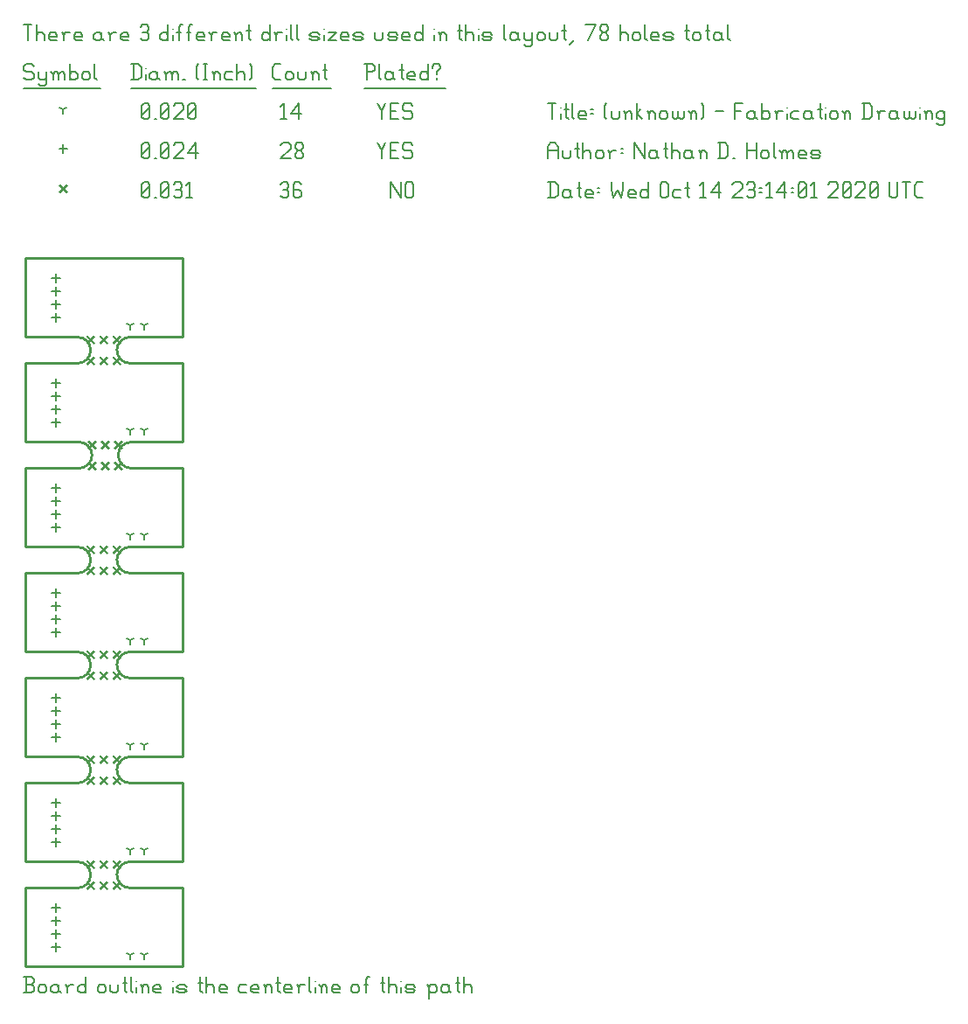
<source format=gbr>
G04 start of page 13 for group -3984 idx -3984 *
G04 Title: (unknown), fab *
G04 Creator: pcb 4.0.2 *
G04 CreationDate: Wed Oct 14 23:14:01 2020 UTC *
G04 For: ndholmes *
G04 Format: Gerber/RS-274X *
G04 PCB-Dimensions (mil): 610.00 2710.00 *
G04 PCB-Coordinate-Origin: lower left *
%MOIN*%
%FSLAX25Y25*%
%LNFAB*%
%ADD39C,0.0100*%
%ADD38C,0.0075*%
%ADD37C,0.0060*%
%ADD36C,0.0001*%
G54D36*G36*
X29300Y233266D02*X32266Y230300D01*
X31700Y229734D01*
X28734Y232700D01*
X29300Y233266D01*
G37*
G36*
X28734Y230300D02*X31700Y233266D01*
X32266Y232700D01*
X29300Y229734D01*
X28734Y230300D01*
G37*
G36*
X24300Y233266D02*X27266Y230300D01*
X26700Y229734D01*
X23734Y232700D01*
X24300Y233266D01*
G37*
G36*
X23734Y230300D02*X26700Y233266D01*
X27266Y232700D01*
X24300Y229734D01*
X23734Y230300D01*
G37*
G36*
X34300Y233266D02*X37266Y230300D01*
X36700Y229734D01*
X33734Y232700D01*
X34300Y233266D01*
G37*
G36*
X33734Y230300D02*X36700Y233266D01*
X37266Y232700D01*
X34300Y229734D01*
X33734Y230300D01*
G37*
G36*
X24300Y241266D02*X27266Y238300D01*
X26700Y237734D01*
X23734Y240700D01*
X24300Y241266D01*
G37*
G36*
X23734Y238300D02*X26700Y241266D01*
X27266Y240700D01*
X24300Y237734D01*
X23734Y238300D01*
G37*
G36*
X29300Y241266D02*X32266Y238300D01*
X31700Y237734D01*
X28734Y240700D01*
X29300Y241266D01*
G37*
G36*
X28734Y238300D02*X31700Y241266D01*
X32266Y240700D01*
X29300Y237734D01*
X28734Y238300D01*
G37*
G36*
X34300Y241266D02*X37266Y238300D01*
X36700Y237734D01*
X33734Y240700D01*
X34300Y241266D01*
G37*
G36*
X33734Y238300D02*X36700Y241266D01*
X37266Y240700D01*
X34300Y237734D01*
X33734Y238300D01*
G37*
G36*
X29800Y193266D02*X32766Y190300D01*
X32200Y189734D01*
X29234Y192700D01*
X29800Y193266D01*
G37*
G36*
X29234Y190300D02*X32200Y193266D01*
X32766Y192700D01*
X29800Y189734D01*
X29234Y190300D01*
G37*
G36*
X24800Y193266D02*X27766Y190300D01*
X27200Y189734D01*
X24234Y192700D01*
X24800Y193266D01*
G37*
G36*
X24234Y190300D02*X27200Y193266D01*
X27766Y192700D01*
X24800Y189734D01*
X24234Y190300D01*
G37*
G36*
X34800Y193266D02*X37766Y190300D01*
X37200Y189734D01*
X34234Y192700D01*
X34800Y193266D01*
G37*
G36*
X34234Y190300D02*X37200Y193266D01*
X37766Y192700D01*
X34800Y189734D01*
X34234Y190300D01*
G37*
G36*
X24800Y201266D02*X27766Y198300D01*
X27200Y197734D01*
X24234Y200700D01*
X24800Y201266D01*
G37*
G36*
X24234Y198300D02*X27200Y201266D01*
X27766Y200700D01*
X24800Y197734D01*
X24234Y198300D01*
G37*
G36*
X29800Y201266D02*X32766Y198300D01*
X32200Y197734D01*
X29234Y200700D01*
X29800Y201266D01*
G37*
G36*
X29234Y198300D02*X32200Y201266D01*
X32766Y200700D01*
X29800Y197734D01*
X29234Y198300D01*
G37*
G36*
X34800Y201266D02*X37766Y198300D01*
X37200Y197734D01*
X34234Y200700D01*
X34800Y201266D01*
G37*
G36*
X34234Y198300D02*X37200Y201266D01*
X37766Y200700D01*
X34800Y197734D01*
X34234Y198300D01*
G37*
G36*
X29300Y153266D02*X32266Y150300D01*
X31700Y149734D01*
X28734Y152700D01*
X29300Y153266D01*
G37*
G36*
X28734Y150300D02*X31700Y153266D01*
X32266Y152700D01*
X29300Y149734D01*
X28734Y150300D01*
G37*
G36*
X24300Y153266D02*X27266Y150300D01*
X26700Y149734D01*
X23734Y152700D01*
X24300Y153266D01*
G37*
G36*
X23734Y150300D02*X26700Y153266D01*
X27266Y152700D01*
X24300Y149734D01*
X23734Y150300D01*
G37*
G36*
X34300Y153266D02*X37266Y150300D01*
X36700Y149734D01*
X33734Y152700D01*
X34300Y153266D01*
G37*
G36*
X33734Y150300D02*X36700Y153266D01*
X37266Y152700D01*
X34300Y149734D01*
X33734Y150300D01*
G37*
G36*
X24300Y161266D02*X27266Y158300D01*
X26700Y157734D01*
X23734Y160700D01*
X24300Y161266D01*
G37*
G36*
X23734Y158300D02*X26700Y161266D01*
X27266Y160700D01*
X24300Y157734D01*
X23734Y158300D01*
G37*
G36*
X29300Y161266D02*X32266Y158300D01*
X31700Y157734D01*
X28734Y160700D01*
X29300Y161266D01*
G37*
G36*
X28734Y158300D02*X31700Y161266D01*
X32266Y160700D01*
X29300Y157734D01*
X28734Y158300D01*
G37*
G36*
X34300Y161266D02*X37266Y158300D01*
X36700Y157734D01*
X33734Y160700D01*
X34300Y161266D01*
G37*
G36*
X33734Y158300D02*X36700Y161266D01*
X37266Y160700D01*
X34300Y157734D01*
X33734Y158300D01*
G37*
G36*
X29300Y113266D02*X32266Y110300D01*
X31700Y109734D01*
X28734Y112700D01*
X29300Y113266D01*
G37*
G36*
X28734Y110300D02*X31700Y113266D01*
X32266Y112700D01*
X29300Y109734D01*
X28734Y110300D01*
G37*
G36*
X24300Y113266D02*X27266Y110300D01*
X26700Y109734D01*
X23734Y112700D01*
X24300Y113266D01*
G37*
G36*
X23734Y110300D02*X26700Y113266D01*
X27266Y112700D01*
X24300Y109734D01*
X23734Y110300D01*
G37*
G36*
X34300Y113266D02*X37266Y110300D01*
X36700Y109734D01*
X33734Y112700D01*
X34300Y113266D01*
G37*
G36*
X33734Y110300D02*X36700Y113266D01*
X37266Y112700D01*
X34300Y109734D01*
X33734Y110300D01*
G37*
G36*
X24300Y121266D02*X27266Y118300D01*
X26700Y117734D01*
X23734Y120700D01*
X24300Y121266D01*
G37*
G36*
X23734Y118300D02*X26700Y121266D01*
X27266Y120700D01*
X24300Y117734D01*
X23734Y118300D01*
G37*
G36*
X29300Y121266D02*X32266Y118300D01*
X31700Y117734D01*
X28734Y120700D01*
X29300Y121266D01*
G37*
G36*
X28734Y118300D02*X31700Y121266D01*
X32266Y120700D01*
X29300Y117734D01*
X28734Y118300D01*
G37*
G36*
X34300Y121266D02*X37266Y118300D01*
X36700Y117734D01*
X33734Y120700D01*
X34300Y121266D01*
G37*
G36*
X33734Y118300D02*X36700Y121266D01*
X37266Y120700D01*
X34300Y117734D01*
X33734Y118300D01*
G37*
G36*
X29300Y73266D02*X32266Y70300D01*
X31700Y69734D01*
X28734Y72700D01*
X29300Y73266D01*
G37*
G36*
X28734Y70300D02*X31700Y73266D01*
X32266Y72700D01*
X29300Y69734D01*
X28734Y70300D01*
G37*
G36*
X24300Y73266D02*X27266Y70300D01*
X26700Y69734D01*
X23734Y72700D01*
X24300Y73266D01*
G37*
G36*
X23734Y70300D02*X26700Y73266D01*
X27266Y72700D01*
X24300Y69734D01*
X23734Y70300D01*
G37*
G36*
X34300Y73266D02*X37266Y70300D01*
X36700Y69734D01*
X33734Y72700D01*
X34300Y73266D01*
G37*
G36*
X33734Y70300D02*X36700Y73266D01*
X37266Y72700D01*
X34300Y69734D01*
X33734Y70300D01*
G37*
G36*
X24300Y81266D02*X27266Y78300D01*
X26700Y77734D01*
X23734Y80700D01*
X24300Y81266D01*
G37*
G36*
X23734Y78300D02*X26700Y81266D01*
X27266Y80700D01*
X24300Y77734D01*
X23734Y78300D01*
G37*
G36*
X29300Y81266D02*X32266Y78300D01*
X31700Y77734D01*
X28734Y80700D01*
X29300Y81266D01*
G37*
G36*
X28734Y78300D02*X31700Y81266D01*
X32266Y80700D01*
X29300Y77734D01*
X28734Y78300D01*
G37*
G36*
X34300Y81266D02*X37266Y78300D01*
X36700Y77734D01*
X33734Y80700D01*
X34300Y81266D01*
G37*
G36*
X33734Y78300D02*X36700Y81266D01*
X37266Y80700D01*
X34300Y77734D01*
X33734Y78300D01*
G37*
G36*
X29300Y33266D02*X32266Y30300D01*
X31700Y29734D01*
X28734Y32700D01*
X29300Y33266D01*
G37*
G36*
X28734Y30300D02*X31700Y33266D01*
X32266Y32700D01*
X29300Y29734D01*
X28734Y30300D01*
G37*
G36*
X24300Y33266D02*X27266Y30300D01*
X26700Y29734D01*
X23734Y32700D01*
X24300Y33266D01*
G37*
G36*
X23734Y30300D02*X26700Y33266D01*
X27266Y32700D01*
X24300Y29734D01*
X23734Y30300D01*
G37*
G36*
X34300Y33266D02*X37266Y30300D01*
X36700Y29734D01*
X33734Y32700D01*
X34300Y33266D01*
G37*
G36*
X33734Y30300D02*X36700Y33266D01*
X37266Y32700D01*
X34300Y29734D01*
X33734Y30300D01*
G37*
G36*
X24300Y41266D02*X27266Y38300D01*
X26700Y37734D01*
X23734Y40700D01*
X24300Y41266D01*
G37*
G36*
X23734Y38300D02*X26700Y41266D01*
X27266Y40700D01*
X24300Y37734D01*
X23734Y38300D01*
G37*
G36*
X29300Y41266D02*X32266Y38300D01*
X31700Y37734D01*
X28734Y40700D01*
X29300Y41266D01*
G37*
G36*
X28734Y38300D02*X31700Y41266D01*
X32266Y40700D01*
X29300Y37734D01*
X28734Y38300D01*
G37*
G36*
X34300Y41266D02*X37266Y38300D01*
X36700Y37734D01*
X33734Y40700D01*
X34300Y41266D01*
G37*
G36*
X33734Y38300D02*X36700Y41266D01*
X37266Y40700D01*
X34300Y37734D01*
X33734Y38300D01*
G37*
G36*
X13800Y299016D02*X16766Y296050D01*
X16200Y295484D01*
X13234Y298450D01*
X13800Y299016D01*
G37*
G36*
X13234Y296050D02*X16200Y299016D01*
X16766Y298450D01*
X13800Y295484D01*
X13234Y296050D01*
G37*
G54D37*X140000Y299500D02*Y293500D01*
Y299500D02*X143750Y293500D01*
Y299500D02*Y293500D01*
X145550Y298750D02*Y294250D01*
Y298750D02*X146300Y299500D01*
X147800D01*
X148550Y298750D01*
Y294250D01*
X147800Y293500D02*X148550Y294250D01*
X146300Y293500D02*X147800D01*
X145550Y294250D02*X146300Y293500D01*
X98000Y298750D02*X98750Y299500D01*
X100250D01*
X101000Y298750D01*
X100250Y293500D02*X101000Y294250D01*
X98750Y293500D02*X100250D01*
X98000Y294250D02*X98750Y293500D01*
Y296800D02*X100250D01*
X101000Y298750D02*Y297550D01*
Y296050D02*Y294250D01*
Y296050D02*X100250Y296800D01*
X101000Y297550D02*X100250Y296800D01*
X105050Y299500D02*X105800Y298750D01*
X103550Y299500D02*X105050D01*
X102800Y298750D02*X103550Y299500D01*
X102800Y298750D02*Y294250D01*
X103550Y293500D01*
X105050Y296800D02*X105800Y296050D01*
X102800Y296800D02*X105050D01*
X103550Y293500D02*X105050D01*
X105800Y294250D01*
Y296050D02*Y294250D01*
X45000D02*X45750Y293500D01*
X45000Y298750D02*Y294250D01*
Y298750D02*X45750Y299500D01*
X47250D01*
X48000Y298750D01*
Y294250D01*
X47250Y293500D02*X48000Y294250D01*
X45750Y293500D02*X47250D01*
X45000Y295000D02*X48000Y298000D01*
X49800Y293500D02*X50550D01*
X52350Y294250D02*X53100Y293500D01*
X52350Y298750D02*Y294250D01*
Y298750D02*X53100Y299500D01*
X54600D01*
X55350Y298750D01*
Y294250D01*
X54600Y293500D02*X55350Y294250D01*
X53100Y293500D02*X54600D01*
X52350Y295000D02*X55350Y298000D01*
X57150Y298750D02*X57900Y299500D01*
X59400D01*
X60150Y298750D01*
X59400Y293500D02*X60150Y294250D01*
X57900Y293500D02*X59400D01*
X57150Y294250D02*X57900Y293500D01*
Y296800D02*X59400D01*
X60150Y298750D02*Y297550D01*
Y296050D02*Y294250D01*
Y296050D02*X59400Y296800D01*
X60150Y297550D02*X59400Y296800D01*
X61950Y298300D02*X63150Y299500D01*
Y293500D01*
X61950D02*X64200D01*
X12200Y249600D02*Y246400D01*
X10600Y248000D02*X13800D01*
X12200Y254600D02*Y251400D01*
X10600Y253000D02*X13800D01*
X12200Y259600D02*Y256400D01*
X10600Y258000D02*X13800D01*
X12200Y264600D02*Y261400D01*
X10600Y263000D02*X13800D01*
X12200Y169600D02*Y166400D01*
X10600Y168000D02*X13800D01*
X12200Y174600D02*Y171400D01*
X10600Y173000D02*X13800D01*
X12200Y179600D02*Y176400D01*
X10600Y178000D02*X13800D01*
X12200Y184600D02*Y181400D01*
X10600Y183000D02*X13800D01*
X12200Y129600D02*Y126400D01*
X10600Y128000D02*X13800D01*
X12200Y134600D02*Y131400D01*
X10600Y133000D02*X13800D01*
X12200Y139600D02*Y136400D01*
X10600Y138000D02*X13800D01*
X12200Y144600D02*Y141400D01*
X10600Y143000D02*X13800D01*
X12200Y89600D02*Y86400D01*
X10600Y88000D02*X13800D01*
X12200Y94600D02*Y91400D01*
X10600Y93000D02*X13800D01*
X12200Y99600D02*Y96400D01*
X10600Y98000D02*X13800D01*
X12200Y104600D02*Y101400D01*
X10600Y103000D02*X13800D01*
X12200Y49600D02*Y46400D01*
X10600Y48000D02*X13800D01*
X12200Y54600D02*Y51400D01*
X10600Y53000D02*X13800D01*
X12200Y59600D02*Y56400D01*
X10600Y58000D02*X13800D01*
X12200Y64600D02*Y61400D01*
X10600Y63000D02*X13800D01*
X12200Y9600D02*Y6400D01*
X10600Y8000D02*X13800D01*
X12200Y14600D02*Y11400D01*
X10600Y13000D02*X13800D01*
X12200Y19600D02*Y16400D01*
X10600Y18000D02*X13800D01*
X12200Y24600D02*Y21400D01*
X10600Y23000D02*X13800D01*
X12200Y209600D02*Y206400D01*
X10600Y208000D02*X13800D01*
X12200Y214600D02*Y211400D01*
X10600Y213000D02*X13800D01*
X12200Y219600D02*Y216400D01*
X10600Y218000D02*X13800D01*
X12200Y224600D02*Y221400D01*
X10600Y223000D02*X13800D01*
X15000Y313850D02*Y310650D01*
X13400Y312250D02*X16600D01*
X135000Y314500D02*X136500Y311500D01*
X138000Y314500D01*
X136500Y311500D02*Y308500D01*
X139800Y311800D02*X142050D01*
X139800Y308500D02*X142800D01*
X139800Y314500D02*Y308500D01*
Y314500D02*X142800D01*
X147600D02*X148350Y313750D01*
X145350Y314500D02*X147600D01*
X144600Y313750D02*X145350Y314500D01*
X144600Y313750D02*Y312250D01*
X145350Y311500D01*
X147600D01*
X148350Y310750D01*
Y309250D01*
X147600Y308500D02*X148350Y309250D01*
X145350Y308500D02*X147600D01*
X144600Y309250D02*X145350Y308500D01*
X98000Y313750D02*X98750Y314500D01*
X101000D01*
X101750Y313750D01*
Y312250D01*
X98000Y308500D02*X101750Y312250D01*
X98000Y308500D02*X101750D01*
X103550Y309250D02*X104300Y308500D01*
X103550Y310450D02*Y309250D01*
Y310450D02*X104600Y311500D01*
X105500D01*
X106550Y310450D01*
Y309250D01*
X105800Y308500D02*X106550Y309250D01*
X104300Y308500D02*X105800D01*
X103550Y312550D02*X104600Y311500D01*
X103550Y313750D02*Y312550D01*
Y313750D02*X104300Y314500D01*
X105800D01*
X106550Y313750D01*
Y312550D01*
X105500Y311500D02*X106550Y312550D01*
X45000Y309250D02*X45750Y308500D01*
X45000Y313750D02*Y309250D01*
Y313750D02*X45750Y314500D01*
X47250D01*
X48000Y313750D01*
Y309250D01*
X47250Y308500D02*X48000Y309250D01*
X45750Y308500D02*X47250D01*
X45000Y310000D02*X48000Y313000D01*
X49800Y308500D02*X50550D01*
X52350Y309250D02*X53100Y308500D01*
X52350Y313750D02*Y309250D01*
Y313750D02*X53100Y314500D01*
X54600D01*
X55350Y313750D01*
Y309250D01*
X54600Y308500D02*X55350Y309250D01*
X53100Y308500D02*X54600D01*
X52350Y310000D02*X55350Y313000D01*
X57150Y313750D02*X57900Y314500D01*
X60150D01*
X60900Y313750D01*
Y312250D01*
X57150Y308500D02*X60900Y312250D01*
X57150Y308500D02*X60900D01*
X62700Y310750D02*X65700Y314500D01*
X62700Y310750D02*X66450D01*
X65700Y314500D02*Y308500D01*
X40500Y245000D02*Y243400D01*
Y245000D02*X41887Y245800D01*
X40500Y245000D02*X39113Y245800D01*
X46000Y245000D02*Y243400D01*
Y245000D02*X47387Y245800D01*
X46000Y245000D02*X44613Y245800D01*
X40500Y165000D02*Y163400D01*
Y165000D02*X41887Y165800D01*
X40500Y165000D02*X39113Y165800D01*
X46000Y165000D02*Y163400D01*
Y165000D02*X47387Y165800D01*
X46000Y165000D02*X44613Y165800D01*
X40500Y125000D02*Y123400D01*
Y125000D02*X41887Y125800D01*
X40500Y125000D02*X39113Y125800D01*
X46000Y125000D02*Y123400D01*
Y125000D02*X47387Y125800D01*
X46000Y125000D02*X44613Y125800D01*
X40500Y85000D02*Y83400D01*
Y85000D02*X41887Y85800D01*
X40500Y85000D02*X39113Y85800D01*
X46000Y85000D02*Y83400D01*
Y85000D02*X47387Y85800D01*
X46000Y85000D02*X44613Y85800D01*
X40500Y45000D02*Y43400D01*
Y45000D02*X41887Y45800D01*
X40500Y45000D02*X39113Y45800D01*
X46000Y45000D02*Y43400D01*
Y45000D02*X47387Y45800D01*
X46000Y45000D02*X44613Y45800D01*
X40500Y5000D02*Y3400D01*
Y5000D02*X41887Y5800D01*
X40500Y5000D02*X39113Y5800D01*
X46000Y5000D02*Y3400D01*
Y5000D02*X47387Y5800D01*
X46000Y5000D02*X44613Y5800D01*
X40500Y205000D02*Y203400D01*
Y205000D02*X41887Y205800D01*
X40500Y205000D02*X39113Y205800D01*
X46000Y205000D02*Y203400D01*
Y205000D02*X47387Y205800D01*
X46000Y205000D02*X44613Y205800D01*
X15000Y327250D02*Y325650D01*
Y327250D02*X16387Y328050D01*
X15000Y327250D02*X13613Y328050D01*
X135000Y329500D02*X136500Y326500D01*
X138000Y329500D01*
X136500Y326500D02*Y323500D01*
X139800Y326800D02*X142050D01*
X139800Y323500D02*X142800D01*
X139800Y329500D02*Y323500D01*
Y329500D02*X142800D01*
X147600D02*X148350Y328750D01*
X145350Y329500D02*X147600D01*
X144600Y328750D02*X145350Y329500D01*
X144600Y328750D02*Y327250D01*
X145350Y326500D01*
X147600D01*
X148350Y325750D01*
Y324250D01*
X147600Y323500D02*X148350Y324250D01*
X145350Y323500D02*X147600D01*
X144600Y324250D02*X145350Y323500D01*
X98000Y328300D02*X99200Y329500D01*
Y323500D01*
X98000D02*X100250D01*
X102050Y325750D02*X105050Y329500D01*
X102050Y325750D02*X105800D01*
X105050Y329500D02*Y323500D01*
X45000Y324250D02*X45750Y323500D01*
X45000Y328750D02*Y324250D01*
Y328750D02*X45750Y329500D01*
X47250D01*
X48000Y328750D01*
Y324250D01*
X47250Y323500D02*X48000Y324250D01*
X45750Y323500D02*X47250D01*
X45000Y325000D02*X48000Y328000D01*
X49800Y323500D02*X50550D01*
X52350Y324250D02*X53100Y323500D01*
X52350Y328750D02*Y324250D01*
Y328750D02*X53100Y329500D01*
X54600D01*
X55350Y328750D01*
Y324250D01*
X54600Y323500D02*X55350Y324250D01*
X53100Y323500D02*X54600D01*
X52350Y325000D02*X55350Y328000D01*
X57150Y328750D02*X57900Y329500D01*
X60150D01*
X60900Y328750D01*
Y327250D01*
X57150Y323500D02*X60900Y327250D01*
X57150Y323500D02*X60900D01*
X62700Y324250D02*X63450Y323500D01*
X62700Y328750D02*Y324250D01*
Y328750D02*X63450Y329500D01*
X64950D01*
X65700Y328750D01*
Y324250D01*
X64950Y323500D02*X65700Y324250D01*
X63450Y323500D02*X64950D01*
X62700Y325000D02*X65700Y328000D01*
X3000Y344500D02*X3750Y343750D01*
X750Y344500D02*X3000D01*
X0Y343750D02*X750Y344500D01*
X0Y343750D02*Y342250D01*
X750Y341500D01*
X3000D01*
X3750Y340750D01*
Y339250D01*
X3000Y338500D02*X3750Y339250D01*
X750Y338500D02*X3000D01*
X0Y339250D02*X750Y338500D01*
X5550Y341500D02*Y339250D01*
X6300Y338500D01*
X8550Y341500D02*Y337000D01*
X7800Y336250D02*X8550Y337000D01*
X6300Y336250D02*X7800D01*
X5550Y337000D02*X6300Y336250D01*
Y338500D02*X7800D01*
X8550Y339250D01*
X11100Y340750D02*Y338500D01*
Y340750D02*X11850Y341500D01*
X12600D01*
X13350Y340750D01*
Y338500D01*
Y340750D02*X14100Y341500D01*
X14850D01*
X15600Y340750D01*
Y338500D01*
X10350Y341500D02*X11100Y340750D01*
X17400Y344500D02*Y338500D01*
Y339250D02*X18150Y338500D01*
X19650D01*
X20400Y339250D01*
Y340750D02*Y339250D01*
X19650Y341500D02*X20400Y340750D01*
X18150Y341500D02*X19650D01*
X17400Y340750D02*X18150Y341500D01*
X22200Y340750D02*Y339250D01*
Y340750D02*X22950Y341500D01*
X24450D01*
X25200Y340750D01*
Y339250D01*
X24450Y338500D02*X25200Y339250D01*
X22950Y338500D02*X24450D01*
X22200Y339250D02*X22950Y338500D01*
X27000Y344500D02*Y339250D01*
X27750Y338500D01*
X0Y335250D02*X29250D01*
X41750Y344500D02*Y338500D01*
X43700Y344500D02*X44750Y343450D01*
Y339550D01*
X43700Y338500D02*X44750Y339550D01*
X41000Y338500D02*X43700D01*
X41000Y344500D02*X43700D01*
G54D38*X46550Y343000D02*Y342850D01*
G54D37*Y340750D02*Y338500D01*
X50300Y341500D02*X51050Y340750D01*
X48800Y341500D02*X50300D01*
X48050Y340750D02*X48800Y341500D01*
X48050Y340750D02*Y339250D01*
X48800Y338500D01*
X51050Y341500D02*Y339250D01*
X51800Y338500D01*
X48800D02*X50300D01*
X51050Y339250D01*
X54350Y340750D02*Y338500D01*
Y340750D02*X55100Y341500D01*
X55850D01*
X56600Y340750D01*
Y338500D01*
Y340750D02*X57350Y341500D01*
X58100D01*
X58850Y340750D01*
Y338500D01*
X53600Y341500D02*X54350Y340750D01*
X60650Y338500D02*X61400D01*
X65900Y339250D02*X66650Y338500D01*
X65900Y343750D02*X66650Y344500D01*
X65900Y343750D02*Y339250D01*
X68450Y344500D02*X69950D01*
X69200D02*Y338500D01*
X68450D02*X69950D01*
X72500Y340750D02*Y338500D01*
Y340750D02*X73250Y341500D01*
X74000D01*
X74750Y340750D01*
Y338500D01*
X71750Y341500D02*X72500Y340750D01*
X77300Y341500D02*X79550D01*
X76550Y340750D02*X77300Y341500D01*
X76550Y340750D02*Y339250D01*
X77300Y338500D01*
X79550D01*
X81350Y344500D02*Y338500D01*
Y340750D02*X82100Y341500D01*
X83600D01*
X84350Y340750D01*
Y338500D01*
X86150Y344500D02*X86900Y343750D01*
Y339250D01*
X86150Y338500D02*X86900Y339250D01*
X41000Y335250D02*X88700D01*
X96050Y338500D02*X98000D01*
X95000Y339550D02*X96050Y338500D01*
X95000Y343450D02*Y339550D01*
Y343450D02*X96050Y344500D01*
X98000D01*
X99800Y340750D02*Y339250D01*
Y340750D02*X100550Y341500D01*
X102050D01*
X102800Y340750D01*
Y339250D01*
X102050Y338500D02*X102800Y339250D01*
X100550Y338500D02*X102050D01*
X99800Y339250D02*X100550Y338500D01*
X104600Y341500D02*Y339250D01*
X105350Y338500D01*
X106850D01*
X107600Y339250D01*
Y341500D02*Y339250D01*
X110150Y340750D02*Y338500D01*
Y340750D02*X110900Y341500D01*
X111650D01*
X112400Y340750D01*
Y338500D01*
X109400Y341500D02*X110150Y340750D01*
X114950Y344500D02*Y339250D01*
X115700Y338500D01*
X114200Y342250D02*X115700D01*
X95000Y335250D02*X117200D01*
X130750Y344500D02*Y338500D01*
X130000Y344500D02*X133000D01*
X133750Y343750D01*
Y342250D01*
X133000Y341500D02*X133750Y342250D01*
X130750Y341500D02*X133000D01*
X135550Y344500D02*Y339250D01*
X136300Y338500D01*
X140050Y341500D02*X140800Y340750D01*
X138550Y341500D02*X140050D01*
X137800Y340750D02*X138550Y341500D01*
X137800Y340750D02*Y339250D01*
X138550Y338500D01*
X140800Y341500D02*Y339250D01*
X141550Y338500D01*
X138550D02*X140050D01*
X140800Y339250D01*
X144100Y344500D02*Y339250D01*
X144850Y338500D01*
X143350Y342250D02*X144850D01*
X147100Y338500D02*X149350D01*
X146350Y339250D02*X147100Y338500D01*
X146350Y340750D02*Y339250D01*
Y340750D02*X147100Y341500D01*
X148600D01*
X149350Y340750D01*
X146350Y340000D02*X149350D01*
Y340750D02*Y340000D01*
X154150Y344500D02*Y338500D01*
X153400D02*X154150Y339250D01*
X151900Y338500D02*X153400D01*
X151150Y339250D02*X151900Y338500D01*
X151150Y340750D02*Y339250D01*
Y340750D02*X151900Y341500D01*
X153400D01*
X154150Y340750D01*
X157450Y341500D02*Y340750D01*
Y339250D02*Y338500D01*
X155950Y343750D02*Y343000D01*
Y343750D02*X156700Y344500D01*
X158200D01*
X158950Y343750D01*
Y343000D01*
X157450Y341500D02*X158950Y343000D01*
X130000Y335250D02*X160750D01*
X0Y359500D02*X3000D01*
X1500D02*Y353500D01*
X4800Y359500D02*Y353500D01*
Y355750D02*X5550Y356500D01*
X7050D01*
X7800Y355750D01*
Y353500D01*
X10350D02*X12600D01*
X9600Y354250D02*X10350Y353500D01*
X9600Y355750D02*Y354250D01*
Y355750D02*X10350Y356500D01*
X11850D01*
X12600Y355750D01*
X9600Y355000D02*X12600D01*
Y355750D02*Y355000D01*
X15150Y355750D02*Y353500D01*
Y355750D02*X15900Y356500D01*
X17400D01*
X14400D02*X15150Y355750D01*
X19950Y353500D02*X22200D01*
X19200Y354250D02*X19950Y353500D01*
X19200Y355750D02*Y354250D01*
Y355750D02*X19950Y356500D01*
X21450D01*
X22200Y355750D01*
X19200Y355000D02*X22200D01*
Y355750D02*Y355000D01*
X28950Y356500D02*X29700Y355750D01*
X27450Y356500D02*X28950D01*
X26700Y355750D02*X27450Y356500D01*
X26700Y355750D02*Y354250D01*
X27450Y353500D01*
X29700Y356500D02*Y354250D01*
X30450Y353500D01*
X27450D02*X28950D01*
X29700Y354250D01*
X33000Y355750D02*Y353500D01*
Y355750D02*X33750Y356500D01*
X35250D01*
X32250D02*X33000Y355750D01*
X37800Y353500D02*X40050D01*
X37050Y354250D02*X37800Y353500D01*
X37050Y355750D02*Y354250D01*
Y355750D02*X37800Y356500D01*
X39300D01*
X40050Y355750D01*
X37050Y355000D02*X40050D01*
Y355750D02*Y355000D01*
X44550Y358750D02*X45300Y359500D01*
X46800D01*
X47550Y358750D01*
X46800Y353500D02*X47550Y354250D01*
X45300Y353500D02*X46800D01*
X44550Y354250D02*X45300Y353500D01*
Y356800D02*X46800D01*
X47550Y358750D02*Y357550D01*
Y356050D02*Y354250D01*
Y356050D02*X46800Y356800D01*
X47550Y357550D02*X46800Y356800D01*
X55050Y359500D02*Y353500D01*
X54300D02*X55050Y354250D01*
X52800Y353500D02*X54300D01*
X52050Y354250D02*X52800Y353500D01*
X52050Y355750D02*Y354250D01*
Y355750D02*X52800Y356500D01*
X54300D01*
X55050Y355750D01*
G54D38*X56850Y358000D02*Y357850D01*
G54D37*Y355750D02*Y353500D01*
X59100Y358750D02*Y353500D01*
Y358750D02*X59850Y359500D01*
X60600D01*
X58350Y356500D02*X59850D01*
X62850Y358750D02*Y353500D01*
Y358750D02*X63600Y359500D01*
X64350D01*
X62100Y356500D02*X63600D01*
X66600Y353500D02*X68850D01*
X65850Y354250D02*X66600Y353500D01*
X65850Y355750D02*Y354250D01*
Y355750D02*X66600Y356500D01*
X68100D01*
X68850Y355750D01*
X65850Y355000D02*X68850D01*
Y355750D02*Y355000D01*
X71400Y355750D02*Y353500D01*
Y355750D02*X72150Y356500D01*
X73650D01*
X70650D02*X71400Y355750D01*
X76200Y353500D02*X78450D01*
X75450Y354250D02*X76200Y353500D01*
X75450Y355750D02*Y354250D01*
Y355750D02*X76200Y356500D01*
X77700D01*
X78450Y355750D01*
X75450Y355000D02*X78450D01*
Y355750D02*Y355000D01*
X81000Y355750D02*Y353500D01*
Y355750D02*X81750Y356500D01*
X82500D01*
X83250Y355750D01*
Y353500D01*
X80250Y356500D02*X81000Y355750D01*
X85800Y359500D02*Y354250D01*
X86550Y353500D01*
X85050Y357250D02*X86550D01*
X93750Y359500D02*Y353500D01*
X93000D02*X93750Y354250D01*
X91500Y353500D02*X93000D01*
X90750Y354250D02*X91500Y353500D01*
X90750Y355750D02*Y354250D01*
Y355750D02*X91500Y356500D01*
X93000D01*
X93750Y355750D01*
X96300D02*Y353500D01*
Y355750D02*X97050Y356500D01*
X98550D01*
X95550D02*X96300Y355750D01*
G54D38*X100350Y358000D02*Y357850D01*
G54D37*Y355750D02*Y353500D01*
X101850Y359500D02*Y354250D01*
X102600Y353500D01*
X104100Y359500D02*Y354250D01*
X104850Y353500D01*
X109800D02*X112050D01*
X112800Y354250D01*
X112050Y355000D02*X112800Y354250D01*
X109800Y355000D02*X112050D01*
X109050Y355750D02*X109800Y355000D01*
X109050Y355750D02*X109800Y356500D01*
X112050D01*
X112800Y355750D01*
X109050Y354250D02*X109800Y353500D01*
G54D38*X114600Y358000D02*Y357850D01*
G54D37*Y355750D02*Y353500D01*
X116100Y356500D02*X119100D01*
X116100Y353500D02*X119100Y356500D01*
X116100Y353500D02*X119100D01*
X121650D02*X123900D01*
X120900Y354250D02*X121650Y353500D01*
X120900Y355750D02*Y354250D01*
Y355750D02*X121650Y356500D01*
X123150D01*
X123900Y355750D01*
X120900Y355000D02*X123900D01*
Y355750D02*Y355000D01*
X126450Y353500D02*X128700D01*
X129450Y354250D01*
X128700Y355000D02*X129450Y354250D01*
X126450Y355000D02*X128700D01*
X125700Y355750D02*X126450Y355000D01*
X125700Y355750D02*X126450Y356500D01*
X128700D01*
X129450Y355750D01*
X125700Y354250D02*X126450Y353500D01*
X133950Y356500D02*Y354250D01*
X134700Y353500D01*
X136200D01*
X136950Y354250D01*
Y356500D02*Y354250D01*
X139500Y353500D02*X141750D01*
X142500Y354250D01*
X141750Y355000D02*X142500Y354250D01*
X139500Y355000D02*X141750D01*
X138750Y355750D02*X139500Y355000D01*
X138750Y355750D02*X139500Y356500D01*
X141750D01*
X142500Y355750D01*
X138750Y354250D02*X139500Y353500D01*
X145050D02*X147300D01*
X144300Y354250D02*X145050Y353500D01*
X144300Y355750D02*Y354250D01*
Y355750D02*X145050Y356500D01*
X146550D01*
X147300Y355750D01*
X144300Y355000D02*X147300D01*
Y355750D02*Y355000D01*
X152100Y359500D02*Y353500D01*
X151350D02*X152100Y354250D01*
X149850Y353500D02*X151350D01*
X149100Y354250D02*X149850Y353500D01*
X149100Y355750D02*Y354250D01*
Y355750D02*X149850Y356500D01*
X151350D01*
X152100Y355750D01*
G54D38*X156600Y358000D02*Y357850D01*
G54D37*Y355750D02*Y353500D01*
X158850Y355750D02*Y353500D01*
Y355750D02*X159600Y356500D01*
X160350D01*
X161100Y355750D01*
Y353500D01*
X158100Y356500D02*X158850Y355750D01*
X166350Y359500D02*Y354250D01*
X167100Y353500D01*
X165600Y357250D02*X167100D01*
X168600Y359500D02*Y353500D01*
Y355750D02*X169350Y356500D01*
X170850D01*
X171600Y355750D01*
Y353500D01*
G54D38*X173400Y358000D02*Y357850D01*
G54D37*Y355750D02*Y353500D01*
X175650D02*X177900D01*
X178650Y354250D01*
X177900Y355000D02*X178650Y354250D01*
X175650Y355000D02*X177900D01*
X174900Y355750D02*X175650Y355000D01*
X174900Y355750D02*X175650Y356500D01*
X177900D01*
X178650Y355750D01*
X174900Y354250D02*X175650Y353500D01*
X183150Y359500D02*Y354250D01*
X183900Y353500D01*
X187650Y356500D02*X188400Y355750D01*
X186150Y356500D02*X187650D01*
X185400Y355750D02*X186150Y356500D01*
X185400Y355750D02*Y354250D01*
X186150Y353500D01*
X188400Y356500D02*Y354250D01*
X189150Y353500D01*
X186150D02*X187650D01*
X188400Y354250D01*
X190950Y356500D02*Y354250D01*
X191700Y353500D01*
X193950Y356500D02*Y352000D01*
X193200Y351250D02*X193950Y352000D01*
X191700Y351250D02*X193200D01*
X190950Y352000D02*X191700Y351250D01*
Y353500D02*X193200D01*
X193950Y354250D01*
X195750Y355750D02*Y354250D01*
Y355750D02*X196500Y356500D01*
X198000D01*
X198750Y355750D01*
Y354250D01*
X198000Y353500D02*X198750Y354250D01*
X196500Y353500D02*X198000D01*
X195750Y354250D02*X196500Y353500D01*
X200550Y356500D02*Y354250D01*
X201300Y353500D01*
X202800D01*
X203550Y354250D01*
Y356500D02*Y354250D01*
X206100Y359500D02*Y354250D01*
X206850Y353500D01*
X205350Y357250D02*X206850D01*
X208350Y352000D02*X209850Y353500D01*
X215100D02*X218100Y359500D01*
X214350D02*X218100D01*
X219900Y354250D02*X220650Y353500D01*
X219900Y355450D02*Y354250D01*
Y355450D02*X220950Y356500D01*
X221850D01*
X222900Y355450D01*
Y354250D01*
X222150Y353500D02*X222900Y354250D01*
X220650Y353500D02*X222150D01*
X219900Y357550D02*X220950Y356500D01*
X219900Y358750D02*Y357550D01*
Y358750D02*X220650Y359500D01*
X222150D01*
X222900Y358750D01*
Y357550D01*
X221850Y356500D02*X222900Y357550D01*
X227400Y359500D02*Y353500D01*
Y355750D02*X228150Y356500D01*
X229650D01*
X230400Y355750D01*
Y353500D01*
X232200Y355750D02*Y354250D01*
Y355750D02*X232950Y356500D01*
X234450D01*
X235200Y355750D01*
Y354250D01*
X234450Y353500D02*X235200Y354250D01*
X232950Y353500D02*X234450D01*
X232200Y354250D02*X232950Y353500D01*
X237000Y359500D02*Y354250D01*
X237750Y353500D01*
X240000D02*X242250D01*
X239250Y354250D02*X240000Y353500D01*
X239250Y355750D02*Y354250D01*
Y355750D02*X240000Y356500D01*
X241500D01*
X242250Y355750D01*
X239250Y355000D02*X242250D01*
Y355750D02*Y355000D01*
X244800Y353500D02*X247050D01*
X247800Y354250D01*
X247050Y355000D02*X247800Y354250D01*
X244800Y355000D02*X247050D01*
X244050Y355750D02*X244800Y355000D01*
X244050Y355750D02*X244800Y356500D01*
X247050D01*
X247800Y355750D01*
X244050Y354250D02*X244800Y353500D01*
X253050Y359500D02*Y354250D01*
X253800Y353500D01*
X252300Y357250D02*X253800D01*
X255300Y355750D02*Y354250D01*
Y355750D02*X256050Y356500D01*
X257550D01*
X258300Y355750D01*
Y354250D01*
X257550Y353500D02*X258300Y354250D01*
X256050Y353500D02*X257550D01*
X255300Y354250D02*X256050Y353500D01*
X260850Y359500D02*Y354250D01*
X261600Y353500D01*
X260100Y357250D02*X261600D01*
X265350Y356500D02*X266100Y355750D01*
X263850Y356500D02*X265350D01*
X263100Y355750D02*X263850Y356500D01*
X263100Y355750D02*Y354250D01*
X263850Y353500D01*
X266100Y356500D02*Y354250D01*
X266850Y353500D01*
X263850D02*X265350D01*
X266100Y354250D01*
X268650Y359500D02*Y354250D01*
X269400Y353500D01*
G54D39*X500Y270500D02*X60500D01*
Y240500D01*
X40500D01*
X500Y270500D02*Y240500D01*
X20500D01*
X60500Y190500D02*Y160500D01*
X40500D01*
X500Y190500D02*Y160500D01*
X20500D01*
Y150500D02*X500D01*
Y120500D01*
X20500D01*
X40500D02*X60500D01*
Y150500D01*
X40500D01*
X60500Y190500D02*X41000D01*
X500D02*X21000D01*
X20500Y110500D02*X500D01*
Y80500D01*
X20500D01*
X40500D02*X60500D01*
Y110500D01*
X40000D02*X60500D01*
Y70500D02*Y40500D01*
X40500D01*
X500Y70500D02*Y40500D01*
X20500D01*
Y30500D02*X500D01*
Y500D01*
X40500D02*X60500D01*
Y30500D01*
X40500D01*
X60500Y70500D02*X41000D01*
X500D02*X21000D01*
X500Y500D02*X43000D01*
X20500Y230500D02*X500D01*
Y200500D01*
X20500D01*
X40500D02*X60500D01*
Y230500D01*
X40000D02*X60500D01*
X35500Y235500D02*G75*G03X40500Y230500I5000J0D01*G01*
X35500Y235500D02*G75*G02X40500Y240500I5000J0D01*G01*
X25500Y235500D02*G75*G02X20500Y230500I-5000J0D01*G01*
X25500Y235500D02*G75*G03X20500Y240500I-5000J0D01*G01*
X36000Y195500D02*G75*G03X41000Y190500I5000J0D01*G01*
X36000Y195500D02*G75*G02X41000Y200500I5000J0D01*G01*
X26000Y195500D02*G75*G02X21000Y190500I-5000J0D01*G01*
X26000Y195500D02*G75*G03X21000Y200500I-5000J0D01*G01*
X35500Y155500D02*G75*G03X40500Y150500I5000J0D01*G01*
X35500Y155500D02*G75*G02X40500Y160500I5000J0D01*G01*
X25500Y155500D02*G75*G02X20500Y150500I-5000J0D01*G01*
X25500Y155500D02*G75*G03X20500Y160500I-5000J0D01*G01*
X35500Y115500D02*G75*G03X40500Y110500I5000J0D01*G01*
X35500Y115500D02*G75*G02X40500Y120500I5000J0D01*G01*
X25500Y115500D02*G75*G02X20500Y110500I-5000J0D01*G01*
X25500Y115500D02*G75*G03X20500Y120500I-5000J0D01*G01*
X35500Y75500D02*G75*G03X40500Y70500I5000J0D01*G01*
X35500Y75500D02*G75*G02X40500Y80500I5000J0D01*G01*
X25500Y75500D02*G75*G02X20500Y70500I-5000J0D01*G01*
X25500Y75500D02*G75*G03X20500Y80500I-5000J0D01*G01*
X35500Y35500D02*G75*G03X40500Y30500I5000J0D01*G01*
X35500Y35500D02*G75*G02X40500Y40500I5000J0D01*G01*
X25500Y35500D02*G75*G02X20500Y30500I-5000J0D01*G01*
X25500Y35500D02*G75*G03X20500Y40500I-5000J0D01*G01*
G54D37*X0Y-9500D02*X3000D01*
X3750Y-8750D01*
Y-6950D02*Y-8750D01*
X3000Y-6200D02*X3750Y-6950D01*
X750Y-6200D02*X3000D01*
X750Y-3500D02*Y-9500D01*
X0Y-3500D02*X3000D01*
X3750Y-4250D01*
Y-5450D01*
X3000Y-6200D02*X3750Y-5450D01*
X5550Y-7250D02*Y-8750D01*
Y-7250D02*X6300Y-6500D01*
X7800D01*
X8550Y-7250D01*
Y-8750D01*
X7800Y-9500D02*X8550Y-8750D01*
X6300Y-9500D02*X7800D01*
X5550Y-8750D02*X6300Y-9500D01*
X12600Y-6500D02*X13350Y-7250D01*
X11100Y-6500D02*X12600D01*
X10350Y-7250D02*X11100Y-6500D01*
X10350Y-7250D02*Y-8750D01*
X11100Y-9500D01*
X13350Y-6500D02*Y-8750D01*
X14100Y-9500D01*
X11100D02*X12600D01*
X13350Y-8750D01*
X16650Y-7250D02*Y-9500D01*
Y-7250D02*X17400Y-6500D01*
X18900D01*
X15900D02*X16650Y-7250D01*
X23700Y-3500D02*Y-9500D01*
X22950D02*X23700Y-8750D01*
X21450Y-9500D02*X22950D01*
X20700Y-8750D02*X21450Y-9500D01*
X20700Y-7250D02*Y-8750D01*
Y-7250D02*X21450Y-6500D01*
X22950D01*
X23700Y-7250D01*
X28200D02*Y-8750D01*
Y-7250D02*X28950Y-6500D01*
X30450D01*
X31200Y-7250D01*
Y-8750D01*
X30450Y-9500D02*X31200Y-8750D01*
X28950Y-9500D02*X30450D01*
X28200Y-8750D02*X28950Y-9500D01*
X33000Y-6500D02*Y-8750D01*
X33750Y-9500D01*
X35250D01*
X36000Y-8750D01*
Y-6500D02*Y-8750D01*
X38550Y-3500D02*Y-8750D01*
X39300Y-9500D01*
X37800Y-5750D02*X39300D01*
X40800Y-3500D02*Y-8750D01*
X41550Y-9500D01*
G54D38*X43050Y-5000D02*Y-5150D01*
G54D37*Y-7250D02*Y-9500D01*
X45300Y-7250D02*Y-9500D01*
Y-7250D02*X46050Y-6500D01*
X46800D01*
X47550Y-7250D01*
Y-9500D01*
X44550Y-6500D02*X45300Y-7250D01*
X50100Y-9500D02*X52350D01*
X49350Y-8750D02*X50100Y-9500D01*
X49350Y-7250D02*Y-8750D01*
Y-7250D02*X50100Y-6500D01*
X51600D01*
X52350Y-7250D01*
X49350Y-8000D02*X52350D01*
Y-7250D02*Y-8000D01*
G54D38*X56850Y-5000D02*Y-5150D01*
G54D37*Y-7250D02*Y-9500D01*
X59100D02*X61350D01*
X62100Y-8750D01*
X61350Y-8000D02*X62100Y-8750D01*
X59100Y-8000D02*X61350D01*
X58350Y-7250D02*X59100Y-8000D01*
X58350Y-7250D02*X59100Y-6500D01*
X61350D01*
X62100Y-7250D01*
X58350Y-8750D02*X59100Y-9500D01*
X67350Y-3500D02*Y-8750D01*
X68100Y-9500D01*
X66600Y-5750D02*X68100D01*
X69600Y-3500D02*Y-9500D01*
Y-7250D02*X70350Y-6500D01*
X71850D01*
X72600Y-7250D01*
Y-9500D01*
X75150D02*X77400D01*
X74400Y-8750D02*X75150Y-9500D01*
X74400Y-7250D02*Y-8750D01*
Y-7250D02*X75150Y-6500D01*
X76650D01*
X77400Y-7250D01*
X74400Y-8000D02*X77400D01*
Y-7250D02*Y-8000D01*
X82650Y-6500D02*X84900D01*
X81900Y-7250D02*X82650Y-6500D01*
X81900Y-7250D02*Y-8750D01*
X82650Y-9500D01*
X84900D01*
X87450D02*X89700D01*
X86700Y-8750D02*X87450Y-9500D01*
X86700Y-7250D02*Y-8750D01*
Y-7250D02*X87450Y-6500D01*
X88950D01*
X89700Y-7250D01*
X86700Y-8000D02*X89700D01*
Y-7250D02*Y-8000D01*
X92250Y-7250D02*Y-9500D01*
Y-7250D02*X93000Y-6500D01*
X93750D01*
X94500Y-7250D01*
Y-9500D01*
X91500Y-6500D02*X92250Y-7250D01*
X97050Y-3500D02*Y-8750D01*
X97800Y-9500D01*
X96300Y-5750D02*X97800D01*
X100050Y-9500D02*X102300D01*
X99300Y-8750D02*X100050Y-9500D01*
X99300Y-7250D02*Y-8750D01*
Y-7250D02*X100050Y-6500D01*
X101550D01*
X102300Y-7250D01*
X99300Y-8000D02*X102300D01*
Y-7250D02*Y-8000D01*
X104850Y-7250D02*Y-9500D01*
Y-7250D02*X105600Y-6500D01*
X107100D01*
X104100D02*X104850Y-7250D01*
X108900Y-3500D02*Y-8750D01*
X109650Y-9500D01*
G54D38*X111150Y-5000D02*Y-5150D01*
G54D37*Y-7250D02*Y-9500D01*
X113400Y-7250D02*Y-9500D01*
Y-7250D02*X114150Y-6500D01*
X114900D01*
X115650Y-7250D01*
Y-9500D01*
X112650Y-6500D02*X113400Y-7250D01*
X118200Y-9500D02*X120450D01*
X117450Y-8750D02*X118200Y-9500D01*
X117450Y-7250D02*Y-8750D01*
Y-7250D02*X118200Y-6500D01*
X119700D01*
X120450Y-7250D01*
X117450Y-8000D02*X120450D01*
Y-7250D02*Y-8000D01*
X124950Y-7250D02*Y-8750D01*
Y-7250D02*X125700Y-6500D01*
X127200D01*
X127950Y-7250D01*
Y-8750D01*
X127200Y-9500D02*X127950Y-8750D01*
X125700Y-9500D02*X127200D01*
X124950Y-8750D02*X125700Y-9500D01*
X130500Y-4250D02*Y-9500D01*
Y-4250D02*X131250Y-3500D01*
X132000D01*
X129750Y-6500D02*X131250D01*
X136950Y-3500D02*Y-8750D01*
X137700Y-9500D01*
X136200Y-5750D02*X137700D01*
X139200Y-3500D02*Y-9500D01*
Y-7250D02*X139950Y-6500D01*
X141450D01*
X142200Y-7250D01*
Y-9500D01*
G54D38*X144000Y-5000D02*Y-5150D01*
G54D37*Y-7250D02*Y-9500D01*
X146250D02*X148500D01*
X149250Y-8750D01*
X148500Y-8000D02*X149250Y-8750D01*
X146250Y-8000D02*X148500D01*
X145500Y-7250D02*X146250Y-8000D01*
X145500Y-7250D02*X146250Y-6500D01*
X148500D01*
X149250Y-7250D01*
X145500Y-8750D02*X146250Y-9500D01*
X154500Y-7250D02*Y-11750D01*
X153750Y-6500D02*X154500Y-7250D01*
X155250Y-6500D01*
X156750D01*
X157500Y-7250D01*
Y-8750D01*
X156750Y-9500D02*X157500Y-8750D01*
X155250Y-9500D02*X156750D01*
X154500Y-8750D02*X155250Y-9500D01*
X161550Y-6500D02*X162300Y-7250D01*
X160050Y-6500D02*X161550D01*
X159300Y-7250D02*X160050Y-6500D01*
X159300Y-7250D02*Y-8750D01*
X160050Y-9500D01*
X162300Y-6500D02*Y-8750D01*
X163050Y-9500D01*
X160050D02*X161550D01*
X162300Y-8750D01*
X165600Y-3500D02*Y-8750D01*
X166350Y-9500D01*
X164850Y-5750D02*X166350D01*
X167850Y-3500D02*Y-9500D01*
Y-7250D02*X168600Y-6500D01*
X170100D01*
X170850Y-7250D01*
Y-9500D01*
X200750Y299500D02*Y293500D01*
X202700Y299500D02*X203750Y298450D01*
Y294550D01*
X202700Y293500D02*X203750Y294550D01*
X200000Y293500D02*X202700D01*
X200000Y299500D02*X202700D01*
X207800Y296500D02*X208550Y295750D01*
X206300Y296500D02*X207800D01*
X205550Y295750D02*X206300Y296500D01*
X205550Y295750D02*Y294250D01*
X206300Y293500D01*
X208550Y296500D02*Y294250D01*
X209300Y293500D01*
X206300D02*X207800D01*
X208550Y294250D01*
X211850Y299500D02*Y294250D01*
X212600Y293500D01*
X211100Y297250D02*X212600D01*
X214850Y293500D02*X217100D01*
X214100Y294250D02*X214850Y293500D01*
X214100Y295750D02*Y294250D01*
Y295750D02*X214850Y296500D01*
X216350D01*
X217100Y295750D01*
X214100Y295000D02*X217100D01*
Y295750D02*Y295000D01*
X218900Y297250D02*X219650D01*
X218900Y295750D02*X219650D01*
X224150Y299500D02*Y296500D01*
X224900Y293500D01*
X226400Y296500D01*
X227900Y293500D01*
X228650Y296500D01*
Y299500D02*Y296500D01*
X231200Y293500D02*X233450D01*
X230450Y294250D02*X231200Y293500D01*
X230450Y295750D02*Y294250D01*
Y295750D02*X231200Y296500D01*
X232700D01*
X233450Y295750D01*
X230450Y295000D02*X233450D01*
Y295750D02*Y295000D01*
X238250Y299500D02*Y293500D01*
X237500D02*X238250Y294250D01*
X236000Y293500D02*X237500D01*
X235250Y294250D02*X236000Y293500D01*
X235250Y295750D02*Y294250D01*
Y295750D02*X236000Y296500D01*
X237500D01*
X238250Y295750D01*
X242750Y298750D02*Y294250D01*
Y298750D02*X243500Y299500D01*
X245000D01*
X245750Y298750D01*
Y294250D01*
X245000Y293500D02*X245750Y294250D01*
X243500Y293500D02*X245000D01*
X242750Y294250D02*X243500Y293500D01*
X248300Y296500D02*X250550D01*
X247550Y295750D02*X248300Y296500D01*
X247550Y295750D02*Y294250D01*
X248300Y293500D01*
X250550D01*
X253100Y299500D02*Y294250D01*
X253850Y293500D01*
X252350Y297250D02*X253850D01*
X258050Y298300D02*X259250Y299500D01*
Y293500D01*
X258050D02*X260300D01*
X262100Y295750D02*X265100Y299500D01*
X262100Y295750D02*X265850D01*
X265100Y299500D02*Y293500D01*
X270350Y298750D02*X271100Y299500D01*
X273350D01*
X274100Y298750D01*
Y297250D01*
X270350Y293500D02*X274100Y297250D01*
X270350Y293500D02*X274100D01*
X275900Y298750D02*X276650Y299500D01*
X278150D01*
X278900Y298750D01*
X278150Y293500D02*X278900Y294250D01*
X276650Y293500D02*X278150D01*
X275900Y294250D02*X276650Y293500D01*
Y296800D02*X278150D01*
X278900Y298750D02*Y297550D01*
Y296050D02*Y294250D01*
Y296050D02*X278150Y296800D01*
X278900Y297550D02*X278150Y296800D01*
X280700Y297250D02*X281450D01*
X280700Y295750D02*X281450D01*
X283250Y298300D02*X284450Y299500D01*
Y293500D01*
X283250D02*X285500D01*
X287300Y295750D02*X290300Y299500D01*
X287300Y295750D02*X291050D01*
X290300Y299500D02*Y293500D01*
X292850Y297250D02*X293600D01*
X292850Y295750D02*X293600D01*
X295400Y294250D02*X296150Y293500D01*
X295400Y298750D02*Y294250D01*
Y298750D02*X296150Y299500D01*
X297650D01*
X298400Y298750D01*
Y294250D01*
X297650Y293500D02*X298400Y294250D01*
X296150Y293500D02*X297650D01*
X295400Y295000D02*X298400Y298000D01*
X300200Y298300D02*X301400Y299500D01*
Y293500D01*
X300200D02*X302450D01*
X306950Y298750D02*X307700Y299500D01*
X309950D01*
X310700Y298750D01*
Y297250D01*
X306950Y293500D02*X310700Y297250D01*
X306950Y293500D02*X310700D01*
X312500Y294250D02*X313250Y293500D01*
X312500Y298750D02*Y294250D01*
Y298750D02*X313250Y299500D01*
X314750D01*
X315500Y298750D01*
Y294250D01*
X314750Y293500D02*X315500Y294250D01*
X313250Y293500D02*X314750D01*
X312500Y295000D02*X315500Y298000D01*
X317300Y298750D02*X318050Y299500D01*
X320300D01*
X321050Y298750D01*
Y297250D01*
X317300Y293500D02*X321050Y297250D01*
X317300Y293500D02*X321050D01*
X322850Y294250D02*X323600Y293500D01*
X322850Y298750D02*Y294250D01*
Y298750D02*X323600Y299500D01*
X325100D01*
X325850Y298750D01*
Y294250D01*
X325100Y293500D02*X325850Y294250D01*
X323600Y293500D02*X325100D01*
X322850Y295000D02*X325850Y298000D01*
X330350Y299500D02*Y294250D01*
X331100Y293500D01*
X332600D01*
X333350Y294250D01*
Y299500D02*Y294250D01*
X335150Y299500D02*X338150D01*
X336650D02*Y293500D01*
X341000D02*X342950D01*
X339950Y294550D02*X341000Y293500D01*
X339950Y298450D02*Y294550D01*
Y298450D02*X341000Y299500D01*
X342950D01*
X200000Y313000D02*Y308500D01*
Y313000D02*X201050Y314500D01*
X202700D01*
X203750Y313000D01*
Y308500D01*
X200000Y311500D02*X203750D01*
X205550D02*Y309250D01*
X206300Y308500D01*
X207800D01*
X208550Y309250D01*
Y311500D02*Y309250D01*
X211100Y314500D02*Y309250D01*
X211850Y308500D01*
X210350Y312250D02*X211850D01*
X213350Y314500D02*Y308500D01*
Y310750D02*X214100Y311500D01*
X215600D01*
X216350Y310750D01*
Y308500D01*
X218150Y310750D02*Y309250D01*
Y310750D02*X218900Y311500D01*
X220400D01*
X221150Y310750D01*
Y309250D01*
X220400Y308500D02*X221150Y309250D01*
X218900Y308500D02*X220400D01*
X218150Y309250D02*X218900Y308500D01*
X223700Y310750D02*Y308500D01*
Y310750D02*X224450Y311500D01*
X225950D01*
X222950D02*X223700Y310750D01*
X227750Y312250D02*X228500D01*
X227750Y310750D02*X228500D01*
X233000Y314500D02*Y308500D01*
Y314500D02*X236750Y308500D01*
Y314500D02*Y308500D01*
X240800Y311500D02*X241550Y310750D01*
X239300Y311500D02*X240800D01*
X238550Y310750D02*X239300Y311500D01*
X238550Y310750D02*Y309250D01*
X239300Y308500D01*
X241550Y311500D02*Y309250D01*
X242300Y308500D01*
X239300D02*X240800D01*
X241550Y309250D01*
X244850Y314500D02*Y309250D01*
X245600Y308500D01*
X244100Y312250D02*X245600D01*
X247100Y314500D02*Y308500D01*
Y310750D02*X247850Y311500D01*
X249350D01*
X250100Y310750D01*
Y308500D01*
X254150Y311500D02*X254900Y310750D01*
X252650Y311500D02*X254150D01*
X251900Y310750D02*X252650Y311500D01*
X251900Y310750D02*Y309250D01*
X252650Y308500D01*
X254900Y311500D02*Y309250D01*
X255650Y308500D01*
X252650D02*X254150D01*
X254900Y309250D01*
X258200Y310750D02*Y308500D01*
Y310750D02*X258950Y311500D01*
X259700D01*
X260450Y310750D01*
Y308500D01*
X257450Y311500D02*X258200Y310750D01*
X265700Y314500D02*Y308500D01*
X267650Y314500D02*X268700Y313450D01*
Y309550D01*
X267650Y308500D02*X268700Y309550D01*
X264950Y308500D02*X267650D01*
X264950Y314500D02*X267650D01*
X270500Y308500D02*X271250D01*
X275750Y314500D02*Y308500D01*
X279500Y314500D02*Y308500D01*
X275750Y311500D02*X279500D01*
X281300Y310750D02*Y309250D01*
Y310750D02*X282050Y311500D01*
X283550D01*
X284300Y310750D01*
Y309250D01*
X283550Y308500D02*X284300Y309250D01*
X282050Y308500D02*X283550D01*
X281300Y309250D02*X282050Y308500D01*
X286100Y314500D02*Y309250D01*
X286850Y308500D01*
X289100Y310750D02*Y308500D01*
Y310750D02*X289850Y311500D01*
X290600D01*
X291350Y310750D01*
Y308500D01*
Y310750D02*X292100Y311500D01*
X292850D01*
X293600Y310750D01*
Y308500D01*
X288350Y311500D02*X289100Y310750D01*
X296150Y308500D02*X298400D01*
X295400Y309250D02*X296150Y308500D01*
X295400Y310750D02*Y309250D01*
Y310750D02*X296150Y311500D01*
X297650D01*
X298400Y310750D01*
X295400Y310000D02*X298400D01*
Y310750D02*Y310000D01*
X300950Y308500D02*X303200D01*
X303950Y309250D01*
X303200Y310000D02*X303950Y309250D01*
X300950Y310000D02*X303200D01*
X300200Y310750D02*X300950Y310000D01*
X300200Y310750D02*X300950Y311500D01*
X303200D01*
X303950Y310750D01*
X300200Y309250D02*X300950Y308500D01*
X200000Y329500D02*X203000D01*
X201500D02*Y323500D01*
G54D38*X204800Y328000D02*Y327850D01*
G54D37*Y325750D02*Y323500D01*
X207050Y329500D02*Y324250D01*
X207800Y323500D01*
X206300Y327250D02*X207800D01*
X209300Y329500D02*Y324250D01*
X210050Y323500D01*
X212300D02*X214550D01*
X211550Y324250D02*X212300Y323500D01*
X211550Y325750D02*Y324250D01*
Y325750D02*X212300Y326500D01*
X213800D01*
X214550Y325750D01*
X211550Y325000D02*X214550D01*
Y325750D02*Y325000D01*
X216350Y327250D02*X217100D01*
X216350Y325750D02*X217100D01*
X221600Y324250D02*X222350Y323500D01*
X221600Y328750D02*X222350Y329500D01*
X221600Y328750D02*Y324250D01*
X224150Y326500D02*Y324250D01*
X224900Y323500D01*
X226400D01*
X227150Y324250D01*
Y326500D02*Y324250D01*
X229700Y325750D02*Y323500D01*
Y325750D02*X230450Y326500D01*
X231200D01*
X231950Y325750D01*
Y323500D01*
X228950Y326500D02*X229700Y325750D01*
X233750Y329500D02*Y323500D01*
Y325750D02*X236000Y323500D01*
X233750Y325750D02*X235250Y327250D01*
X238550Y325750D02*Y323500D01*
Y325750D02*X239300Y326500D01*
X240050D01*
X240800Y325750D01*
Y323500D01*
X237800Y326500D02*X238550Y325750D01*
X242600D02*Y324250D01*
Y325750D02*X243350Y326500D01*
X244850D01*
X245600Y325750D01*
Y324250D01*
X244850Y323500D02*X245600Y324250D01*
X243350Y323500D02*X244850D01*
X242600Y324250D02*X243350Y323500D01*
X247400Y326500D02*Y324250D01*
X248150Y323500D01*
X248900D01*
X249650Y324250D01*
Y326500D02*Y324250D01*
X250400Y323500D01*
X251150D01*
X251900Y324250D01*
Y326500D02*Y324250D01*
X254450Y325750D02*Y323500D01*
Y325750D02*X255200Y326500D01*
X255950D01*
X256700Y325750D01*
Y323500D01*
X253700Y326500D02*X254450Y325750D01*
X258500Y329500D02*X259250Y328750D01*
Y324250D01*
X258500Y323500D02*X259250Y324250D01*
X263750Y326500D02*X266750D01*
X271250Y329500D02*Y323500D01*
Y329500D02*X274250D01*
X271250Y326800D02*X273500D01*
X278300Y326500D02*X279050Y325750D01*
X276800Y326500D02*X278300D01*
X276050Y325750D02*X276800Y326500D01*
X276050Y325750D02*Y324250D01*
X276800Y323500D01*
X279050Y326500D02*Y324250D01*
X279800Y323500D01*
X276800D02*X278300D01*
X279050Y324250D01*
X281600Y329500D02*Y323500D01*
Y324250D02*X282350Y323500D01*
X283850D01*
X284600Y324250D01*
Y325750D02*Y324250D01*
X283850Y326500D02*X284600Y325750D01*
X282350Y326500D02*X283850D01*
X281600Y325750D02*X282350Y326500D01*
X287150Y325750D02*Y323500D01*
Y325750D02*X287900Y326500D01*
X289400D01*
X286400D02*X287150Y325750D01*
G54D38*X291200Y328000D02*Y327850D01*
G54D37*Y325750D02*Y323500D01*
X293450Y326500D02*X295700D01*
X292700Y325750D02*X293450Y326500D01*
X292700Y325750D02*Y324250D01*
X293450Y323500D01*
X295700D01*
X299750Y326500D02*X300500Y325750D01*
X298250Y326500D02*X299750D01*
X297500Y325750D02*X298250Y326500D01*
X297500Y325750D02*Y324250D01*
X298250Y323500D01*
X300500Y326500D02*Y324250D01*
X301250Y323500D01*
X298250D02*X299750D01*
X300500Y324250D01*
X303800Y329500D02*Y324250D01*
X304550Y323500D01*
X303050Y327250D02*X304550D01*
G54D38*X306050Y328000D02*Y327850D01*
G54D37*Y325750D02*Y323500D01*
X307550Y325750D02*Y324250D01*
Y325750D02*X308300Y326500D01*
X309800D01*
X310550Y325750D01*
Y324250D01*
X309800Y323500D02*X310550Y324250D01*
X308300Y323500D02*X309800D01*
X307550Y324250D02*X308300Y323500D01*
X313100Y325750D02*Y323500D01*
Y325750D02*X313850Y326500D01*
X314600D01*
X315350Y325750D01*
Y323500D01*
X312350Y326500D02*X313100Y325750D01*
X320600Y329500D02*Y323500D01*
X322550Y329500D02*X323600Y328450D01*
Y324550D01*
X322550Y323500D02*X323600Y324550D01*
X319850Y323500D02*X322550D01*
X319850Y329500D02*X322550D01*
X326150Y325750D02*Y323500D01*
Y325750D02*X326900Y326500D01*
X328400D01*
X325400D02*X326150Y325750D01*
X332450Y326500D02*X333200Y325750D01*
X330950Y326500D02*X332450D01*
X330200Y325750D02*X330950Y326500D01*
X330200Y325750D02*Y324250D01*
X330950Y323500D01*
X333200Y326500D02*Y324250D01*
X333950Y323500D01*
X330950D02*X332450D01*
X333200Y324250D01*
X335750Y326500D02*Y324250D01*
X336500Y323500D01*
X337250D01*
X338000Y324250D01*
Y326500D02*Y324250D01*
X338750Y323500D01*
X339500D01*
X340250Y324250D01*
Y326500D02*Y324250D01*
G54D38*X342050Y328000D02*Y327850D01*
G54D37*Y325750D02*Y323500D01*
X344300Y325750D02*Y323500D01*
Y325750D02*X345050Y326500D01*
X345800D01*
X346550Y325750D01*
Y323500D01*
X343550Y326500D02*X344300Y325750D01*
X350600Y326500D02*X351350Y325750D01*
X349100Y326500D02*X350600D01*
X348350Y325750D02*X349100Y326500D01*
X348350Y325750D02*Y324250D01*
X349100Y323500D01*
X350600D01*
X351350Y324250D01*
X348350Y322000D02*X349100Y321250D01*
X350600D01*
X351350Y322000D01*
Y326500D02*Y322000D01*
M02*

</source>
